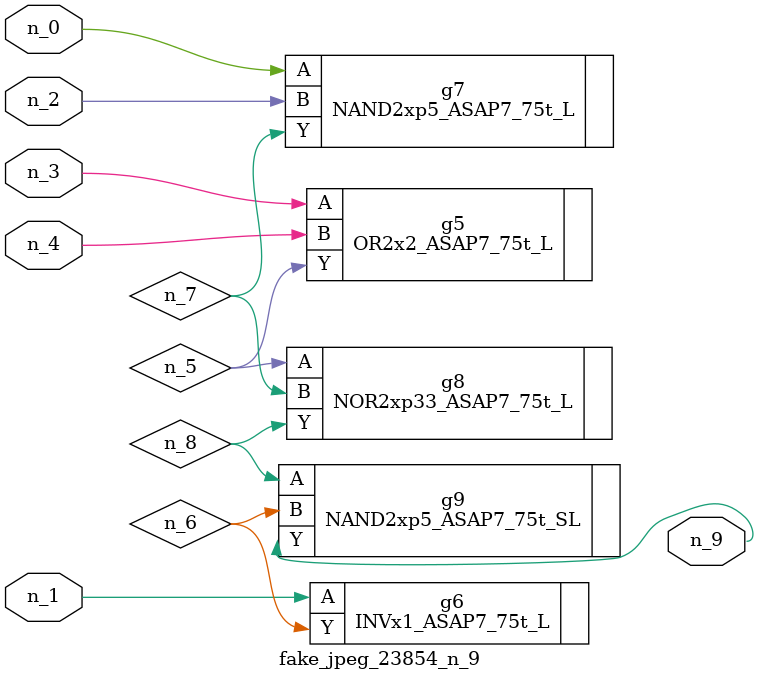
<source format=v>
module fake_jpeg_23854_n_9 (n_3, n_2, n_1, n_0, n_4, n_9);

input n_3;
input n_2;
input n_1;
input n_0;
input n_4;

output n_9;

wire n_8;
wire n_6;
wire n_5;
wire n_7;

OR2x2_ASAP7_75t_L g5 ( 
.A(n_3),
.B(n_4),
.Y(n_5)
);

INVx1_ASAP7_75t_L g6 ( 
.A(n_1),
.Y(n_6)
);

NAND2xp5_ASAP7_75t_L g7 ( 
.A(n_0),
.B(n_2),
.Y(n_7)
);

NOR2xp33_ASAP7_75t_L g8 ( 
.A(n_5),
.B(n_7),
.Y(n_8)
);

NAND2xp5_ASAP7_75t_SL g9 ( 
.A(n_8),
.B(n_6),
.Y(n_9)
);


endmodule
</source>
